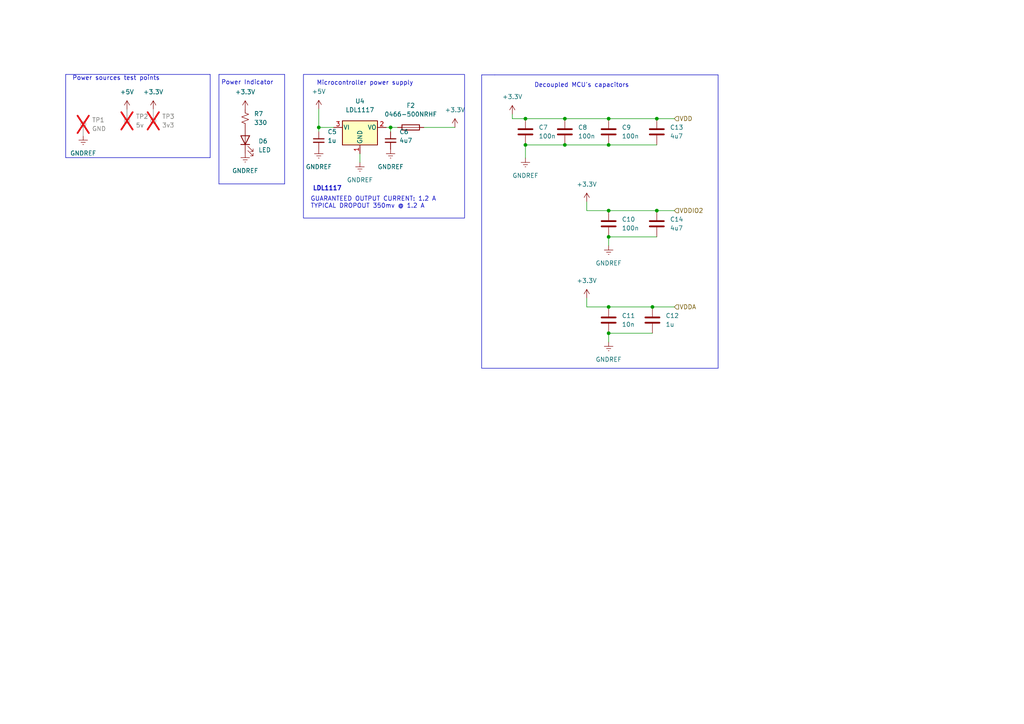
<source format=kicad_sch>
(kicad_sch (version 20231120) (generator "eeschema") (generator_version "8.0")
  (paper "A4")
  (title_block (title "CAE32 pedals") (date "2024-01-13") (rev "1") (comment 1 "Desing by: janc18") (comment 2 "Version 2.1"))
  (lib_symbols
    (symbol "+5V_1" (power) (pin_names (offset 0))
      (property "Value" "+5V_1" (at 0 3.556 0))
      (symbol "+5V_1_0_1"
        (polyline (pts (xy -0.762 1.27) (xy 0 2.54)))
        (polyline (pts (xy 0 0) (xy 0 2.54)))
        (polyline (pts (xy 0 2.54) (xy 0.762 1.27)))
      )
      (symbol "+5V_1_1_1"
        (pin power_in line (at 0 0 90) (length 0) hide (name "+5V") (number "1"))
      )
    )
    (symbol "Connector:TestPoint" (pin_numbers hide) (pin_names (offset 0.762) hide)
      (property "Reference" "TP" (at 0 6.858 0))
      (property "Value" "TestPoint" (at 0 5.08 0))
      (symbol "TestPoint_0_1"
        (circle (center 0 3.302) (radius 0.762))
      )
      (symbol "TestPoint_1_1"
        (pin passive line (at 0 0 90) (length 2.54) (name "1") (number "1"))
      )
    )
    (symbol "Device:C" (pin_numbers hide) (pin_names (offset 0.254))
      (property "Reference" "C" (at 0.635 2.54 0))
      (property "Value" "C" (at 0.635 -2.54 0))
      (symbol "C_0_1"
        (polyline (pts (xy -2.032 -0.762) (xy 2.032 -0.762)) (stroke (width 0.508)))
        (polyline (pts (xy -2.032 0.762) (xy 2.032 0.762)) (stroke (width 0.508)))
      )
      (symbol "C_1_1"
        (pin passive line (at 0 3.81 270) (length 2.794) (name "~") (number "1"))
        (pin passive line (at 0 -3.81 90) (length 2.794) (name "~") (number "2"))
      )
    )
    (symbol "Device:C_Small" (pin_numbers hide) (pin_names (offset 0.254) hide)
      (property "Reference" "C" (at 0.254 1.778 0))
      (property "Value" "C_Small" (at 0.254 -2.032 0))
      (symbol "C_Small_0_1"
        (polyline (pts (xy -1.524 -0.508) (xy 1.524 -0.508)) (stroke (width 0.3302)))
        (polyline (pts (xy -1.524 0.508) (xy 1.524 0.508)) (stroke (width 0.3048)))
      )
      (symbol "C_Small_1_1"
        (pin passive line (at 0 2.54 270) (length 2.032) (name "~") (number "1"))
        (pin passive line (at 0 -2.54 90) (length 2.032) (name "~") (number "2"))
      )
    )
    (symbol "Device:Fuse" (pin_numbers hide) (pin_names (offset 0))
      (property "Reference" "F" (at 2.032 0 90))
      (property "Value" "Fuse" (at -1.905 0 90))
      (symbol "Fuse_0_1"
        (rectangle (start -0.762 -2.54) (end 0.762 2.54) (stroke (width 0.254)))
        (polyline (pts (xy 0 2.54) (xy 0 -2.54)))
      )
      (symbol "Fuse_1_1"
        (pin passive line (at 0 3.81 270) (length 1.27) (name "~") (number "1"))
        (pin passive line (at 0 -3.81 90) (length 1.27) (name "~") (number "2"))
      )
    )
    (symbol "Device:LED" (pin_numbers hide) (pin_names (offset 1.016) hide)
      (property "Reference" "D" (at 0 2.54 0))
      (property "Value" "LED" (at 0 -2.54 0))
      (symbol "LED_0_1"
        (polyline (pts (xy -1.27 -1.27) (xy -1.27 1.27)) (stroke (width 0.254)))
        (polyline (pts (xy -1.27 0) (xy 1.27 0)))
        (polyline (pts (xy 1.27 -1.27) (xy 1.27 1.27) (xy -1.27 0) (xy 1.27 -1.27)) (stroke (width 0.254)))
        (polyline (pts (xy -3.048 -0.762) (xy -4.572 -2.286) (xy -3.81 -2.286) (xy -4.572 -2.286) (xy -4.572 -1.524)))
        (polyline (pts (xy -1.778 -0.762) (xy -3.302 -2.286) (xy -2.54 -2.286) (xy -3.302 -2.286) (xy -3.302 -1.524)))
      )
      (symbol "LED_1_1"
        (pin passive line (at -3.81 0 0) (length 2.54) (name "K") (number "1"))
        (pin passive line (at 3.81 0 180) (length 2.54) (name "A") (number "2"))
      )
    )
    (symbol "Device:R_Small_US" (pin_numbers hide) (pin_names (offset 0.254) hide)
      (property "Reference" "R" (at 0.762 0.508 0))
      (property "Value" "R_Small_US" (at 0.762 -1.016 0))
      (symbol "R_Small_US_1_1"
        (polyline (pts (xy 0 0) (xy 1.016 -0.381) (xy 0 -0.762) (xy -1.016 -1.143) (xy 0 -1.524)))
        (polyline (pts (xy 0 1.524) (xy 1.016 1.143) (xy 0 0.762) (xy -1.016 0.381) (xy 0 0)))
        (pin passive line (at 0 2.54 270) (length 1.016) (name "~") (number "1"))
        (pin passive line (at 0 -2.54 90) (length 1.016) (name "~") (number "2"))
      )
    )
    (symbol "GNDREF_1" (power) (pin_names (offset 0))
      (property "Value" "GNDREF_1" (at 0 -3.81 0))
      (symbol "GNDREF_1_0_1"
        (polyline (pts (xy -0.635 -1.905) (xy 0.635 -1.905)))
        (polyline (pts (xy -0.127 -2.54) (xy 0.127 -2.54)))
        (polyline (pts (xy 0 -1.27) (xy 0 0)))
        (polyline (pts (xy 1.27 -1.27) (xy -1.27 -1.27)))
      )
      (symbol "GNDREF_1_1_1"
        (pin power_in line (at 0 0 270) (length 0) hide (name "GNDREF") (number "1"))
      )
    )
    (symbol "GNDREF_2" (power) (pin_names (offset 0))
      (property "Value" "GNDREF_2" (at 0 -3.81 0))
      (symbol "GNDREF_2_0_1"
        (polyline (pts (xy -0.635 -1.905) (xy 0.635 -1.905)))
        (polyline (pts (xy -0.127 -2.54) (xy 0.127 -2.54)))
        (polyline (pts (xy 0 -1.27) (xy 0 0)))
        (polyline (pts (xy 1.27 -1.27) (xy -1.27 -1.27)))
      )
      (symbol "GNDREF_2_1_1"
        (pin power_in line (at 0 0 270) (length 0) hide (name "GNDREF") (number "1"))
      )
    )
    (symbol "Regulator_Linear:AP1117-33" (pin_names (offset 0.254))
      (property "Reference" "U" (at -3.81 3.175 0))
      (property "Value" "AP1117-33" (at 0 3.175 0))
      (symbol "AP1117-33_0_1"
        (rectangle (start -5.08 -5.08) (end 5.08 1.905) (stroke (width 0.254)) (fill (type background)))
      )
      (symbol "AP1117-33_1_1"
        (pin power_in line (at 0 -7.62 90) (length 2.54) (name "GND") (number "1"))
        (pin power_out line (at 7.62 0 180) (length 2.54) (name "VO") (number "2"))
        (pin power_in line (at -7.62 0 0) (length 2.54) (name "VI") (number "3"))
      )
    )
    (symbol "power:+3.3V" (power) (pin_names (offset 0))
      (property "Value" "+3.3V" (at 0 3.556 0))
      (symbol "+3.3V_0_1"
        (polyline (pts (xy -0.762 1.27) (xy 0 2.54)))
        (polyline (pts (xy 0 0) (xy 0 2.54)))
        (polyline (pts (xy 0 2.54) (xy 0.762 1.27)))
      )
      (symbol "+3.3V_1_1"
        (pin power_in line (at 0 0 90) (length 0) hide (name "+3.3V") (number "1"))
      )
    )
    (symbol "power:+5V" (power) (pin_names (offset 0))
      (property "Value" "+5V" (at 0 3.556 0))
      (symbol "+5V_0_1"
        (polyline (pts (xy -0.762 1.27) (xy 0 2.54)))
        (polyline (pts (xy 0 0) (xy 0 2.54)))
        (polyline (pts (xy 0 2.54) (xy 0.762 1.27)))
      )
      (symbol "+5V_1_1"
        (pin power_in line (at 0 0 90) (length 0) hide (name "+5V") (number "1"))
      )
    )
    (symbol "power:GNDREF" (power) (pin_names (offset 0))
      (property "Value" "GNDREF" (at 0 -3.81 0))
      (symbol "GNDREF_0_1"
        (polyline (pts (xy -0.635 -1.905) (xy 0.635 -1.905)))
        (polyline (pts (xy -0.127 -2.54) (xy 0.127 -2.54)))
        (polyline (pts (xy 0 -1.27) (xy 0 0)))
        (polyline (pts (xy 1.27 -1.27) (xy -1.27 -1.27)))
      )
      (symbol "GNDREF_1_1"
        (pin power_in line (at 0 0 270) (length 0) hide (name "GNDREF") (number "1"))
      )
    )
  )
  (junction (at 176.53 42.037))
  (junction (at 176.53 34.417))
  (junction (at 163.83 42.037))
  (junction (at 189.23 89.027))
  (junction (at 92.456 36.957))
  (junction (at 190.5 61.087))
  (junction (at 190.5 34.417))
  (junction (at 176.53 68.707))
  (junction (at 163.83 34.417))
  (junction (at 176.53 96.647))
  (junction (at 113.284 36.957))
  (junction (at 176.53 89.027))
  (junction (at 152.4 34.417))
  (junction (at 176.53 61.087))
  (junction (at 152.4 42.037))
  (polyline (pts (xy 63.5 21.59) (xy 82.55 21.59)))
  (polyline (pts (xy 208.28 106.807) (xy 139.7 106.807)))
  (wire (pts (xy 176.53 61.087) (xy 190.5 61.087)))
  (wire (pts (xy 189.23 89.027) (xy 195.58 89.027)))
  (wire (pts (xy 92.456 36.957) (xy 92.456 38.227)))
  (wire (pts (xy 170.18 58.547) (xy 170.18 61.087)))
  (wire (pts (xy 104.394 44.577) (xy 104.394 47.117)))
  (polyline (pts (xy 82.55 21.59) (xy 82.55 53.34)))
  (wire (pts (xy 190.5 61.087) (xy 195.58 61.087)))
  (polyline (pts (xy 139.7 106.807) (xy 139.7 21.717)))
  (wire (pts (xy 148.59 34.417) (xy 152.4 34.417)))
  (wire (pts (xy 112.014 36.957) (xy 113.284 36.957)))
  (wire (pts (xy 152.4 42.037) (xy 163.83 42.037)))
  (polyline (pts (xy 60.96 45.72) (xy 19.05 45.72)))
  (wire (pts (xy 170.18 61.087) (xy 176.53 61.087)))
  (wire (pts (xy 176.53 42.037) (xy 190.5 42.037)))
  (wire (pts (xy 92.456 31.623) (xy 92.456 36.957)))
  (polyline (pts (xy 139.7 21.717) (xy 143.51 21.717)))
  (wire (pts (xy 113.284 36.957) (xy 115.316 36.957)))
  (wire (pts (xy 176.53 68.707) (xy 190.5 68.707)))
  (wire (pts (xy 92.456 36.957) (xy 96.774 36.957)))
  (wire (pts (xy 176.53 68.707) (xy 176.53 71.247)))
  (polyline (pts (xy 63.5 21.59) (xy 63.5 53.34)))
  (wire (pts (xy 176.53 34.417) (xy 190.5 34.417)))
  (wire (pts (xy 176.53 96.647) (xy 176.53 99.187)))
  (polyline (pts (xy 143.51 21.717) (xy 208.28 21.717)))
  (wire (pts (xy 148.59 33.147) (xy 148.59 34.417)))
  (wire (pts (xy 122.936 36.957) (xy 131.953 36.957)))
  (wire (pts (xy 152.4 34.417) (xy 163.83 34.417)))
  (wire (pts (xy 163.83 34.417) (xy 176.53 34.417)))
  (wire (pts (xy 170.18 89.027) (xy 176.53 89.027)))
  (wire (pts (xy 163.83 42.037) (xy 176.53 42.037)))
  (wire (pts (xy 170.18 86.487) (xy 170.18 89.027)))
  (wire (pts (xy 190.5 34.417) (xy 195.58 34.417)))
  (polyline (pts (xy 19.05 21.59) (xy 19.05 45.72)))
  (polyline (pts (xy 208.28 21.717) (xy 208.28 106.807)))
  (polyline (pts (xy 19.05 21.59) (xy 60.96 21.59)))
  (polyline (pts (xy 60.96 21.59) (xy 60.96 45.72)))
  (wire (pts (xy 176.53 96.647) (xy 189.23 96.647)))
  (wire (pts (xy 152.4 42.037) (xy 152.4 45.847)))
  (wire (pts (xy 113.284 36.957) (xy 113.284 38.227)))
  (polyline (pts (xy 82.55 53.34) (xy 63.5 53.34)))
  (wire (pts (xy 176.53 89.027) (xy 189.23 89.027)))
  (rectangle (start 88.011 21.59) (end 134.747 63.246))
  (text "Decoupled MCU's capacitors" (at 154.94 25.527 0) (effects (font (size 1.27 1.27)) (justify left bottom)))
  (text "Power Indicator" (at 64.135 24.765 0) (effects (font (size 1.27 1.27)) (justify left bottom)))
  (text "GUARANTEED OUTPUT CURRENT: 1.2 A\nTYPICAL DROPOUT 350mv @ 1.2 A" (at 90.043 60.579 0) (effects (font (size 1.27 1.27)) (justify left bottom)))
  (text "Microcontroller power supply" (at 91.821 24.892 0) (effects (font (size 1.27 1.27)) (justify left bottom)))
  (text "Power sources test points" (at 20.955 23.495 0) (effects (font (size 1.27 1.27)) (justify left bottom)))
  (text "LDL1117" (at 90.678 55.499 0) (effects (font (size 1.27 1.27) (bold yes)) (justify left bottom)))
  (hierarchical_label "VDDA" (shape input) (at 195.58 89.027 0))
  (hierarchical_label "VDDIO2" (shape input) (at 195.58 61.087 0))
  (hierarchical_label "VDD" (shape input) (at 195.58 34.417 0))
  (symbol (lib_id "Regulator_Linear:AP1117-33") (at 104.394 36.957 0) (unit 1)
    (property "Reference" "U4" (at 104.394 29.337 0))
    (property "Value" "LDL1117" (at 104.394 31.877 0))
    (property "Footprint" "Package_TO_SOT_SMD:SOT-223-3_TabPin2" (effects (hide yes)))
    (property "Datasheet" "http://www.diodes.com/datasheets/AP1117.pdf" (effects (hide yes)))
    (property "LCSC_PART" "C2798214" (effects (hide yes)))
    (property "Item" "C2798214" (effects (hide yes)))
    (property "Qty" "1" (effects (hide yes)))
    (property "Vendor" "C2798214" (effects (hide yes)))
  )
  (symbol (lib_id "Device:C") (at 176.53 38.227 0) (unit 1)
    (property "Reference" "C9" (at 180.34 36.9569 0) (effects (justify left)))
    (property "Value" "100n" (at 180.34 39.4969 0) (effects (justify left)))
    (property "Footprint" "Capacitor_SMD:C_0603_1608Metric" (effects (hide yes)))
    (property "LCSC_PART" "C66501" (effects (hide yes)))
    (property "Item" "C66501" (effects (hide yes)))
    (property "Qty" "22" (effects (hide yes)))
    (property "Vendor" "C66501" (effects (hide yes)))
  )
  (symbol (lib_name "GNDREF_1") (lib_id "power:GNDREF") (at 24.13 39.37 0) (unit 1)
    (property "Reference" "#PWR049" (effects (hide yes)))
    (property "Value" "GNDREF" (at 24.13 44.45 0))
  )
  (symbol (lib_id "power:+3.3V") (at 170.18 58.547 0) (unit 1)
    (property "Reference" "#PWR061" (effects (hide yes)))
    (property "Value" "+3.3V" (at 170.18 53.467 0))
  )
  (symbol (lib_name "GNDREF_2") (lib_id "power:GNDREF") (at 152.4 45.847 0) (unit 1)
    (property "Reference" "#PWR060" (effects (hide yes)))
    (property "Value" "GNDREF" (at 152.4 50.927 0))
  )
  (symbol (lib_id "Connector:TestPoint") (at 44.45 31.75 180) (unit 1) (dnp yes)
    (property "Reference" "TP3" (at 46.99 33.7819 0) (effects (justify right)))
    (property "Value" "3v3" (at 46.99 36.3219 0) (effects (justify right)))
    (property "Footprint" "TestPoint:TestPoint_Pad_D1.0mm" (effects (hide yes)))
    (property "Qty" "1" (effects (hide yes)))
  )
  (symbol (lib_id "power:+3.3V") (at 71.12 31.75 0) (unit 1)
    (property "Reference" "#PWR052" (effects (hide yes)))
    (property "Value" "+3.3V" (at 71.12 26.67 0))
  )
  (symbol (lib_id "power:+3.3V") (at 131.953 36.957 0) (unit 1)
    (property "Reference" "#PWR058" (effects (hide yes)))
    (property "Value" "+3.3V" (at 131.953 31.877 0))
  )
  (symbol (lib_id "Connector:TestPoint") (at 36.83 31.75 180) (unit 1) (dnp yes)
    (property "Reference" "TP2" (at 39.37 33.7819 0) (effects (justify right)))
    (property "Value" "5v" (at 39.37 36.3219 0) (effects (justify right)))
    (property "Footprint" "TestPoint:TestPoint_Pad_D1.0mm" (effects (hide yes)))
    (property "Qty" "1" (effects (hide yes)))
  )
  (symbol (lib_id "Device:R_Small_US") (at 71.12 34.29 0) (unit 1)
    (property "Reference" "R7" (at 73.66 33.0199 0) (effects (justify left)))
    (property "Value" "330" (at 73.66 35.5599 0) (effects (justify left)))
    (property "Footprint" "Resistor_SMD:R_0603_1608Metric" (effects (hide yes)))
    (property "LCSC_PART" "C21190" (effects (hide yes)))
    (property "Item" "	C21190" (effects (hide yes)))
    (property "Qty" "4" (effects (hide yes)))
    (property "Vendor" "C21190" (effects (hide yes)))
  )
  (symbol (lib_id "Connector:TestPoint") (at 24.13 39.37 0) (unit 1) (dnp yes)
    (property "Reference" "TP1" (at 26.67 34.7979 0) (effects (justify left)))
    (property "Value" "GND" (at 26.67 37.3379 0) (effects (justify left)))
    (property "Footprint" "TestPoint:TestPoint_Pad_D1.0mm" (effects (hide yes)))
    (property "Qty" "1" (effects (hide yes)))
  )
  (symbol (lib_id "power:+3.3V") (at 170.18 86.487 0) (unit 1)
    (property "Reference" "#PWR062" (effects (hide yes)))
    (property "Value" "+3.3V" (at 170.18 81.407 0))
  )
  (symbol (lib_id "Device:C") (at 190.5 64.897 0) (unit 1)
    (property "Reference" "C14" (at 194.31 63.6269 0) (effects (justify left)))
    (property "Value" "4u7" (at 194.31 66.1669 0) (effects (justify left)))
    (property "Footprint" "Capacitor_SMD:C_0603_1608Metric" (effects (hide yes)))
    (property "LCSC_PART" "C1705" (effects (hide yes)))
    (property "Item" "C1705" (effects (hide yes)))
    (property "Qty" "3" (effects (hide yes)))
    (property "Vendor" "C1705" (effects (hide yes)))
  )
  (symbol (lib_id "Device:C") (at 176.53 64.897 0) (unit 1)
    (property "Reference" "C10" (at 180.34 63.6269 0) (effects (justify left)))
    (property "Value" "100n" (at 180.34 66.1669 0) (effects (justify left)))
    (property "Footprint" "Capacitor_SMD:C_0603_1608Metric" (effects (hide yes)))
    (property "LCSC_PART" "C66501" (effects (hide yes)))
    (property "Item" "C66501" (effects (hide yes)))
    (property "Qty" "22" (effects (hide yes)))
    (property "Vendor" "C66501" (effects (hide yes)))
  )
  (symbol (lib_id "Device:C") (at 190.5 38.227 0) (unit 1)
    (property "Reference" "C13" (at 194.31 36.9569 0) (effects (justify left)))
    (property "Value" "4u7" (at 194.31 39.4969 0) (effects (justify left)))
    (property "Footprint" "Capacitor_SMD:C_0603_1608Metric" (effects (hide yes)))
    (property "LCSC_PART" "C1705" (effects (hide yes)))
    (property "Item" "C1705" (effects (hide yes)))
    (property "Qty" "3" (effects (hide yes)))
    (property "Vendor" "C1705" (effects (hide yes)))
  )
  (symbol (lib_id "Device:C_Small") (at 113.284 40.767 0) (unit 1)
    (property "Reference" "C6" (at 115.824 38.227 0) (effects (justify left)))
    (property "Value" "4u7" (at 115.824 40.767 0) (effects (justify left)))
    (property "Footprint" "Capacitor_SMD:C_0603_1608Metric" (effects (hide yes)))
    (property "LCSC_PART" "C1705" (effects (hide yes)))
    (property "Item" "C1705" (effects (hide yes)))
    (property "Qty" "3" (effects (hide yes)))
    (property "Vendor" "C1705" (effects (hide yes)))
  )
  (symbol (lib_id "power:GNDREF") (at 113.284 43.307 0) (unit 1)
    (property "Reference" "#PWR057" (effects (hide yes)))
    (property "Value" "GNDREF" (at 113.284 48.387 0))
  )
  (symbol (lib_id "Device:C") (at 189.23 92.837 0) (unit 1)
    (property "Reference" "C12" (at 193.04 91.5669 0) (effects (justify left)))
    (property "Value" "1u" (at 193.04 94.1069 0) (effects (justify left)))
    (property "Footprint" "Capacitor_SMD:C_0603_1608Metric" (effects (hide yes)))
    (property "LCSC_PART" "C1592" (effects (hide yes)))
    (property "Item" "C1592" (effects (hide yes)))
    (property "Qty" "2" (effects (hide yes)))
    (property "Vendor" "C1592" (effects (hide yes)))
  )
  (symbol (lib_id "Device:Fuse") (at 119.126 36.957 90) (unit 1)
    (property "Reference" "F2" (at 119.126 30.607 90))
    (property "Value" "0466-500NRHF" (at 119.126 33.147 90))
    (property "Footprint" "Fuse:Fuse_0805_2012Metric" (effects (hide yes)))
    (property "Datasheet" "https://datasheet.lcsc.com/lcsc/2304140030_Littelfuse-0466-500NRHF_C151133.pdf" (effects (hide yes)))
    (property "LCSC_PART" "C151133" (effects (hide yes)))
    (property "Item" "C151133" (effects (hide yes)))
    (property "Qty" "1" (effects (hide yes)))
    (property "Vendor" "C151133" (effects (hide yes)))
  )
  (symbol (lib_id "power:+3.3V") (at 148.59 33.147 0) (unit 1)
    (property "Reference" "#PWR059" (effects (hide yes)))
    (property "Value" "+3.3V" (at 148.59 28.067 0))
  )
  (symbol (lib_id "Device:C") (at 152.4 38.227 0) (unit 1)
    (property "Reference" "C7" (at 156.21 36.9569 0) (effects (justify left)))
    (property "Value" "100n" (at 156.21 39.4969 0) (effects (justify left)))
    (property "Footprint" "Capacitor_SMD:C_0603_1608Metric" (effects (hide yes)))
    (property "LCSC_PART" "C66501" (effects (hide yes)))
    (property "Item" "C66501" (effects (hide yes)))
    (property "Qty" "22" (effects (hide yes)))
    (property "Vendor" "C66501" (effects (hide yes)))
  )
  (symbol (lib_id "Device:C_Small") (at 92.456 40.767 0) (unit 1)
    (property "Reference" "C5" (at 94.996 38.227 0) (effects (justify left)))
    (property "Value" "1u" (at 94.996 40.767 0) (effects (justify left)))
    (property "Footprint" "Capacitor_SMD:C_0603_1608Metric" (effects (hide yes)))
    (property "LCSC_PART" "C1592" (effects (hide yes)))
    (property "Item" "C1592" (effects (hide yes)))
    (property "Qty" "2" (effects (hide yes)))
    (property "Vendor" "C1592" (effects (hide yes)))
  )
  (symbol (lib_id "power:GNDREF") (at 104.394 47.117 0) (unit 1)
    (property "Reference" "#PWR056" (effects (hide yes)))
    (property "Value" "GNDREF" (at 104.394 52.197 0))
  )
  (symbol (lib_name "GNDREF_2") (lib_id "power:GNDREF") (at 176.53 71.247 0) (unit 1)
    (property "Reference" "#PWR063" (effects (hide yes)))
    (property "Value" "GNDREF" (at 176.53 76.327 0))
  )
  (symbol (lib_id "power:GNDREF") (at 71.12 44.45 0) (unit 1)
    (property "Reference" "#PWR053" (effects (hide yes)))
    (property "Value" "GNDREF" (at 71.12 49.53 0))
  )
  (symbol (lib_name "+5V_1") (lib_id "power:+5V") (at 36.83 31.75 0) (unit 1)
    (property "Reference" "#PWR050" (effects (hide yes)))
    (property "Value" "+5V" (at 36.83 26.67 0))
  )
  (symbol (lib_id "Device:C") (at 176.53 92.837 0) (unit 1)
    (property "Reference" "C11" (at 180.34 91.5669 0) (effects (justify left)))
    (property "Value" "10n" (at 180.34 94.1069 0) (effects (justify left)))
    (property "Footprint" "Capacitor_SMD:C_0603_1608Metric" (effects (hide yes)))
    (property "LCSC_PART" "C100042" (effects (hide yes)))
    (property "Item" "C100042" (effects (hide yes)))
    (property "Qty" "1" (effects (hide yes)))
    (property "Vendor" "C100042" (effects (hide yes)))
  )
  (symbol (lib_id "Device:LED") (at 71.12 40.64 90) (unit 1)
    (property "Reference" "D6" (at 74.93 40.9574 90) (effects (justify right)))
    (property "Value" "LED" (at 74.93 43.4974 90) (effects (justify right)))
    (property "Footprint" "LED_SMD:LED_0805_2012Metric" (effects (hide yes)))
    (property "Datasheet" "https://datasheet.lcsc.com/lcsc/2211030000_XINGLIGHT-XL-2012UGC_C965815.pdf" (effects (hide yes)))
    (property "LCSC_PART" "C965815" (effects (hide yes)))
    (property "Item" "C965815" (effects (hide yes)))
    (property "Qty" "4" (effects (hide yes)))
    (property "Vendor" "C965815" (effects (hide yes)))
  )
  (symbol (lib_id "power:+5V") (at 92.456 31.623 0) (mirror y) (unit 1)
    (property "Reference" "#PWR054" (effects (hide yes)))
    (property "Value" "+5V" (at 92.456 26.543 0))
  )
  (symbol (lib_name "GNDREF_2") (lib_id "power:GNDREF") (at 176.53 99.187 0) (unit 1)
    (property "Reference" "#PWR064" (effects (hide yes)))
    (property "Value" "GNDREF" (at 176.53 104.267 0))
  )
  (symbol (lib_id "Device:C") (at 163.83 38.227 0) (unit 1)
    (property "Reference" "C8" (at 167.64 36.9569 0) (effects (justify left)))
    (property "Value" "100n" (at 167.64 39.4969 0) (effects (justify left)))
    (property "Footprint" "Capacitor_SMD:C_0603_1608Metric" (effects (hide yes)))
    (property "LCSC_PART" "C66501" (effects (hide yes)))
    (property "Item" "C66501" (effects (hide yes)))
    (property "Qty" "22" (effects (hide yes)))
    (property "Vendor" "C66501" (effects (hide yes)))
  )
  (symbol (lib_id "power:+3.3V") (at 44.45 31.75 0) (unit 1)
    (property "Reference" "#PWR051" (effects (hide yes)))
    (property "Value" "+3.3V" (at 44.45 26.67 0))
  )
  (symbol (lib_id "power:GNDREF") (at 92.456 43.307 0) (unit 1)
    (property "Reference" "#PWR055" (effects (hide yes)))
    (property "Value" "GNDREF" (at 92.456 48.387 0))
  )
)
</source>
